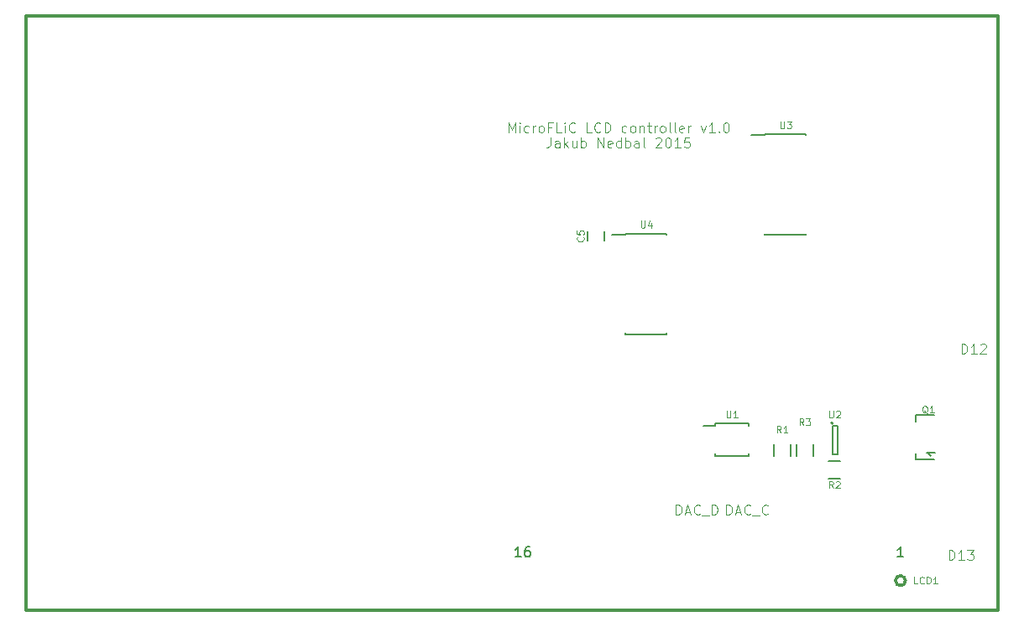
<source format=gto>
G04 #@! TF.FileFunction,Legend,Top*
%FSLAX46Y46*%
G04 Gerber Fmt 4.6, Leading zero omitted, Abs format (unit mm)*
G04 Created by KiCad (PCBNEW 4.0.1-3.201512221402+6198~38~ubuntu14.04.1-stable) date Wed 06 Jan 2016 15:47:40 GMT*
%MOMM*%
G01*
G04 APERTURE LIST*
%ADD10C,0.100000*%
%ADD11C,0.120000*%
%ADD12C,0.150000*%
%ADD13C,0.350000*%
%ADD14C,0.110000*%
G04 APERTURE END LIST*
D10*
D11*
X128833714Y-134564381D02*
X128833714Y-133564381D01*
X129071809Y-133564381D01*
X129214667Y-133612000D01*
X129309905Y-133707238D01*
X129357524Y-133802476D01*
X129405143Y-133992952D01*
X129405143Y-134135810D01*
X129357524Y-134326286D01*
X129309905Y-134421524D01*
X129214667Y-134516762D01*
X129071809Y-134564381D01*
X128833714Y-134564381D01*
X130357524Y-134564381D02*
X129786095Y-134564381D01*
X130071809Y-134564381D02*
X130071809Y-133564381D01*
X129976571Y-133707238D01*
X129881333Y-133802476D01*
X129786095Y-133850095D01*
X130738476Y-133659619D02*
X130786095Y-133612000D01*
X130881333Y-133564381D01*
X131119429Y-133564381D01*
X131214667Y-133612000D01*
X131262286Y-133659619D01*
X131309905Y-133754857D01*
X131309905Y-133850095D01*
X131262286Y-133992952D01*
X130690857Y-134564381D01*
X131309905Y-134564381D01*
X127563714Y-155392381D02*
X127563714Y-154392381D01*
X127801809Y-154392381D01*
X127944667Y-154440000D01*
X128039905Y-154535238D01*
X128087524Y-154630476D01*
X128135143Y-154820952D01*
X128135143Y-154963810D01*
X128087524Y-155154286D01*
X128039905Y-155249524D01*
X127944667Y-155344762D01*
X127801809Y-155392381D01*
X127563714Y-155392381D01*
X129087524Y-155392381D02*
X128516095Y-155392381D01*
X128801809Y-155392381D02*
X128801809Y-154392381D01*
X128706571Y-154535238D01*
X128611333Y-154630476D01*
X128516095Y-154678095D01*
X129420857Y-154392381D02*
X130039905Y-154392381D01*
X129706571Y-154773333D01*
X129849429Y-154773333D01*
X129944667Y-154820952D01*
X129992286Y-154868571D01*
X130039905Y-154963810D01*
X130039905Y-155201905D01*
X129992286Y-155297143D01*
X129944667Y-155344762D01*
X129849429Y-155392381D01*
X129563714Y-155392381D01*
X129468476Y-155344762D01*
X129420857Y-155297143D01*
X83138760Y-112214381D02*
X83138760Y-111214381D01*
X83472094Y-111928667D01*
X83805427Y-111214381D01*
X83805427Y-112214381D01*
X84281617Y-112214381D02*
X84281617Y-111547714D01*
X84281617Y-111214381D02*
X84233998Y-111262000D01*
X84281617Y-111309619D01*
X84329236Y-111262000D01*
X84281617Y-111214381D01*
X84281617Y-111309619D01*
X85186379Y-112166762D02*
X85091141Y-112214381D01*
X84900664Y-112214381D01*
X84805426Y-112166762D01*
X84757807Y-112119143D01*
X84710188Y-112023905D01*
X84710188Y-111738190D01*
X84757807Y-111642952D01*
X84805426Y-111595333D01*
X84900664Y-111547714D01*
X85091141Y-111547714D01*
X85186379Y-111595333D01*
X85614950Y-112214381D02*
X85614950Y-111547714D01*
X85614950Y-111738190D02*
X85662569Y-111642952D01*
X85710188Y-111595333D01*
X85805426Y-111547714D01*
X85900665Y-111547714D01*
X86376855Y-112214381D02*
X86281617Y-112166762D01*
X86233998Y-112119143D01*
X86186379Y-112023905D01*
X86186379Y-111738190D01*
X86233998Y-111642952D01*
X86281617Y-111595333D01*
X86376855Y-111547714D01*
X86519713Y-111547714D01*
X86614951Y-111595333D01*
X86662570Y-111642952D01*
X86710189Y-111738190D01*
X86710189Y-112023905D01*
X86662570Y-112119143D01*
X86614951Y-112166762D01*
X86519713Y-112214381D01*
X86376855Y-112214381D01*
X87472094Y-111690571D02*
X87138760Y-111690571D01*
X87138760Y-112214381D02*
X87138760Y-111214381D01*
X87614951Y-111214381D01*
X88472094Y-112214381D02*
X87995903Y-112214381D01*
X87995903Y-111214381D01*
X88805427Y-112214381D02*
X88805427Y-111547714D01*
X88805427Y-111214381D02*
X88757808Y-111262000D01*
X88805427Y-111309619D01*
X88853046Y-111262000D01*
X88805427Y-111214381D01*
X88805427Y-111309619D01*
X89853046Y-112119143D02*
X89805427Y-112166762D01*
X89662570Y-112214381D01*
X89567332Y-112214381D01*
X89424474Y-112166762D01*
X89329236Y-112071524D01*
X89281617Y-111976286D01*
X89233998Y-111785810D01*
X89233998Y-111642952D01*
X89281617Y-111452476D01*
X89329236Y-111357238D01*
X89424474Y-111262000D01*
X89567332Y-111214381D01*
X89662570Y-111214381D01*
X89805427Y-111262000D01*
X89853046Y-111309619D01*
X91519713Y-112214381D02*
X91043522Y-112214381D01*
X91043522Y-111214381D01*
X92424475Y-112119143D02*
X92376856Y-112166762D01*
X92233999Y-112214381D01*
X92138761Y-112214381D01*
X91995903Y-112166762D01*
X91900665Y-112071524D01*
X91853046Y-111976286D01*
X91805427Y-111785810D01*
X91805427Y-111642952D01*
X91853046Y-111452476D01*
X91900665Y-111357238D01*
X91995903Y-111262000D01*
X92138761Y-111214381D01*
X92233999Y-111214381D01*
X92376856Y-111262000D01*
X92424475Y-111309619D01*
X92853046Y-112214381D02*
X92853046Y-111214381D01*
X93091141Y-111214381D01*
X93233999Y-111262000D01*
X93329237Y-111357238D01*
X93376856Y-111452476D01*
X93424475Y-111642952D01*
X93424475Y-111785810D01*
X93376856Y-111976286D01*
X93329237Y-112071524D01*
X93233999Y-112166762D01*
X93091141Y-112214381D01*
X92853046Y-112214381D01*
X95043523Y-112166762D02*
X94948285Y-112214381D01*
X94757808Y-112214381D01*
X94662570Y-112166762D01*
X94614951Y-112119143D01*
X94567332Y-112023905D01*
X94567332Y-111738190D01*
X94614951Y-111642952D01*
X94662570Y-111595333D01*
X94757808Y-111547714D01*
X94948285Y-111547714D01*
X95043523Y-111595333D01*
X95614951Y-112214381D02*
X95519713Y-112166762D01*
X95472094Y-112119143D01*
X95424475Y-112023905D01*
X95424475Y-111738190D01*
X95472094Y-111642952D01*
X95519713Y-111595333D01*
X95614951Y-111547714D01*
X95757809Y-111547714D01*
X95853047Y-111595333D01*
X95900666Y-111642952D01*
X95948285Y-111738190D01*
X95948285Y-112023905D01*
X95900666Y-112119143D01*
X95853047Y-112166762D01*
X95757809Y-112214381D01*
X95614951Y-112214381D01*
X96376856Y-111547714D02*
X96376856Y-112214381D01*
X96376856Y-111642952D02*
X96424475Y-111595333D01*
X96519713Y-111547714D01*
X96662571Y-111547714D01*
X96757809Y-111595333D01*
X96805428Y-111690571D01*
X96805428Y-112214381D01*
X97138761Y-111547714D02*
X97519713Y-111547714D01*
X97281618Y-111214381D02*
X97281618Y-112071524D01*
X97329237Y-112166762D01*
X97424475Y-112214381D01*
X97519713Y-112214381D01*
X97853047Y-112214381D02*
X97853047Y-111547714D01*
X97853047Y-111738190D02*
X97900666Y-111642952D01*
X97948285Y-111595333D01*
X98043523Y-111547714D01*
X98138762Y-111547714D01*
X98614952Y-112214381D02*
X98519714Y-112166762D01*
X98472095Y-112119143D01*
X98424476Y-112023905D01*
X98424476Y-111738190D01*
X98472095Y-111642952D01*
X98519714Y-111595333D01*
X98614952Y-111547714D01*
X98757810Y-111547714D01*
X98853048Y-111595333D01*
X98900667Y-111642952D01*
X98948286Y-111738190D01*
X98948286Y-112023905D01*
X98900667Y-112119143D01*
X98853048Y-112166762D01*
X98757810Y-112214381D01*
X98614952Y-112214381D01*
X99519714Y-112214381D02*
X99424476Y-112166762D01*
X99376857Y-112071524D01*
X99376857Y-111214381D01*
X100043524Y-112214381D02*
X99948286Y-112166762D01*
X99900667Y-112071524D01*
X99900667Y-111214381D01*
X100805430Y-112166762D02*
X100710192Y-112214381D01*
X100519715Y-112214381D01*
X100424477Y-112166762D01*
X100376858Y-112071524D01*
X100376858Y-111690571D01*
X100424477Y-111595333D01*
X100519715Y-111547714D01*
X100710192Y-111547714D01*
X100805430Y-111595333D01*
X100853049Y-111690571D01*
X100853049Y-111785810D01*
X100376858Y-111881048D01*
X101281620Y-112214381D02*
X101281620Y-111547714D01*
X101281620Y-111738190D02*
X101329239Y-111642952D01*
X101376858Y-111595333D01*
X101472096Y-111547714D01*
X101567335Y-111547714D01*
X102567335Y-111547714D02*
X102805430Y-112214381D01*
X103043526Y-111547714D01*
X103948288Y-112214381D02*
X103376859Y-112214381D01*
X103662573Y-112214381D02*
X103662573Y-111214381D01*
X103567335Y-111357238D01*
X103472097Y-111452476D01*
X103376859Y-111500095D01*
X104376859Y-112119143D02*
X104424478Y-112166762D01*
X104376859Y-112214381D01*
X104329240Y-112166762D01*
X104376859Y-112119143D01*
X104376859Y-112214381D01*
X105043525Y-111214381D02*
X105138764Y-111214381D01*
X105234002Y-111262000D01*
X105281621Y-111309619D01*
X105329240Y-111404857D01*
X105376859Y-111595333D01*
X105376859Y-111833429D01*
X105329240Y-112023905D01*
X105281621Y-112119143D01*
X105234002Y-112166762D01*
X105138764Y-112214381D01*
X105043525Y-112214381D01*
X104948287Y-112166762D01*
X104900668Y-112119143D01*
X104853049Y-112023905D01*
X104805430Y-111833429D01*
X104805430Y-111595333D01*
X104853049Y-111404857D01*
X104900668Y-111309619D01*
X104948287Y-111262000D01*
X105043525Y-111214381D01*
X87376857Y-112734381D02*
X87376857Y-113448667D01*
X87329237Y-113591524D01*
X87233999Y-113686762D01*
X87091142Y-113734381D01*
X86995904Y-113734381D01*
X88281619Y-113734381D02*
X88281619Y-113210571D01*
X88234000Y-113115333D01*
X88138762Y-113067714D01*
X87948285Y-113067714D01*
X87853047Y-113115333D01*
X88281619Y-113686762D02*
X88186381Y-113734381D01*
X87948285Y-113734381D01*
X87853047Y-113686762D01*
X87805428Y-113591524D01*
X87805428Y-113496286D01*
X87853047Y-113401048D01*
X87948285Y-113353429D01*
X88186381Y-113353429D01*
X88281619Y-113305810D01*
X88757809Y-113734381D02*
X88757809Y-112734381D01*
X88853047Y-113353429D02*
X89138762Y-113734381D01*
X89138762Y-113067714D02*
X88757809Y-113448667D01*
X89995905Y-113067714D02*
X89995905Y-113734381D01*
X89567333Y-113067714D02*
X89567333Y-113591524D01*
X89614952Y-113686762D01*
X89710190Y-113734381D01*
X89853048Y-113734381D01*
X89948286Y-113686762D01*
X89995905Y-113639143D01*
X90472095Y-113734381D02*
X90472095Y-112734381D01*
X90472095Y-113115333D02*
X90567333Y-113067714D01*
X90757810Y-113067714D01*
X90853048Y-113115333D01*
X90900667Y-113162952D01*
X90948286Y-113258190D01*
X90948286Y-113543905D01*
X90900667Y-113639143D01*
X90853048Y-113686762D01*
X90757810Y-113734381D01*
X90567333Y-113734381D01*
X90472095Y-113686762D01*
X92138762Y-113734381D02*
X92138762Y-112734381D01*
X92710191Y-113734381D01*
X92710191Y-112734381D01*
X93567334Y-113686762D02*
X93472096Y-113734381D01*
X93281619Y-113734381D01*
X93186381Y-113686762D01*
X93138762Y-113591524D01*
X93138762Y-113210571D01*
X93186381Y-113115333D01*
X93281619Y-113067714D01*
X93472096Y-113067714D01*
X93567334Y-113115333D01*
X93614953Y-113210571D01*
X93614953Y-113305810D01*
X93138762Y-113401048D01*
X94472096Y-113734381D02*
X94472096Y-112734381D01*
X94472096Y-113686762D02*
X94376858Y-113734381D01*
X94186381Y-113734381D01*
X94091143Y-113686762D01*
X94043524Y-113639143D01*
X93995905Y-113543905D01*
X93995905Y-113258190D01*
X94043524Y-113162952D01*
X94091143Y-113115333D01*
X94186381Y-113067714D01*
X94376858Y-113067714D01*
X94472096Y-113115333D01*
X94948286Y-113734381D02*
X94948286Y-112734381D01*
X94948286Y-113115333D02*
X95043524Y-113067714D01*
X95234001Y-113067714D01*
X95329239Y-113115333D01*
X95376858Y-113162952D01*
X95424477Y-113258190D01*
X95424477Y-113543905D01*
X95376858Y-113639143D01*
X95329239Y-113686762D01*
X95234001Y-113734381D01*
X95043524Y-113734381D01*
X94948286Y-113686762D01*
X96281620Y-113734381D02*
X96281620Y-113210571D01*
X96234001Y-113115333D01*
X96138763Y-113067714D01*
X95948286Y-113067714D01*
X95853048Y-113115333D01*
X96281620Y-113686762D02*
X96186382Y-113734381D01*
X95948286Y-113734381D01*
X95853048Y-113686762D01*
X95805429Y-113591524D01*
X95805429Y-113496286D01*
X95853048Y-113401048D01*
X95948286Y-113353429D01*
X96186382Y-113353429D01*
X96281620Y-113305810D01*
X96900667Y-113734381D02*
X96805429Y-113686762D01*
X96757810Y-113591524D01*
X96757810Y-112734381D01*
X97995906Y-112829619D02*
X98043525Y-112782000D01*
X98138763Y-112734381D01*
X98376859Y-112734381D01*
X98472097Y-112782000D01*
X98519716Y-112829619D01*
X98567335Y-112924857D01*
X98567335Y-113020095D01*
X98519716Y-113162952D01*
X97948287Y-113734381D01*
X98567335Y-113734381D01*
X99186382Y-112734381D02*
X99281621Y-112734381D01*
X99376859Y-112782000D01*
X99424478Y-112829619D01*
X99472097Y-112924857D01*
X99519716Y-113115333D01*
X99519716Y-113353429D01*
X99472097Y-113543905D01*
X99424478Y-113639143D01*
X99376859Y-113686762D01*
X99281621Y-113734381D01*
X99186382Y-113734381D01*
X99091144Y-113686762D01*
X99043525Y-113639143D01*
X98995906Y-113543905D01*
X98948287Y-113353429D01*
X98948287Y-113115333D01*
X98995906Y-112924857D01*
X99043525Y-112829619D01*
X99091144Y-112782000D01*
X99186382Y-112734381D01*
X100472097Y-113734381D02*
X99900668Y-113734381D01*
X100186382Y-113734381D02*
X100186382Y-112734381D01*
X100091144Y-112877238D01*
X99995906Y-112972476D01*
X99900668Y-113020095D01*
X101376859Y-112734381D02*
X100900668Y-112734381D01*
X100853049Y-113210571D01*
X100900668Y-113162952D01*
X100995906Y-113115333D01*
X101234002Y-113115333D01*
X101329240Y-113162952D01*
X101376859Y-113210571D01*
X101424478Y-113305810D01*
X101424478Y-113543905D01*
X101376859Y-113639143D01*
X101329240Y-113686762D01*
X101234002Y-113734381D01*
X100995906Y-113734381D01*
X100900668Y-113686762D01*
X100853049Y-113639143D01*
X105116571Y-150820381D02*
X105116571Y-149820381D01*
X105354666Y-149820381D01*
X105497524Y-149868000D01*
X105592762Y-149963238D01*
X105640381Y-150058476D01*
X105688000Y-150248952D01*
X105688000Y-150391810D01*
X105640381Y-150582286D01*
X105592762Y-150677524D01*
X105497524Y-150772762D01*
X105354666Y-150820381D01*
X105116571Y-150820381D01*
X106068952Y-150534667D02*
X106545143Y-150534667D01*
X105973714Y-150820381D02*
X106307047Y-149820381D01*
X106640381Y-150820381D01*
X107545143Y-150725143D02*
X107497524Y-150772762D01*
X107354667Y-150820381D01*
X107259429Y-150820381D01*
X107116571Y-150772762D01*
X107021333Y-150677524D01*
X106973714Y-150582286D01*
X106926095Y-150391810D01*
X106926095Y-150248952D01*
X106973714Y-150058476D01*
X107021333Y-149963238D01*
X107116571Y-149868000D01*
X107259429Y-149820381D01*
X107354667Y-149820381D01*
X107497524Y-149868000D01*
X107545143Y-149915619D01*
X107735619Y-150915619D02*
X108497524Y-150915619D01*
X109307048Y-150725143D02*
X109259429Y-150772762D01*
X109116572Y-150820381D01*
X109021334Y-150820381D01*
X108878476Y-150772762D01*
X108783238Y-150677524D01*
X108735619Y-150582286D01*
X108688000Y-150391810D01*
X108688000Y-150248952D01*
X108735619Y-150058476D01*
X108783238Y-149963238D01*
X108878476Y-149868000D01*
X109021334Y-149820381D01*
X109116572Y-149820381D01*
X109259429Y-149868000D01*
X109307048Y-149915619D01*
X100036571Y-150820381D02*
X100036571Y-149820381D01*
X100274666Y-149820381D01*
X100417524Y-149868000D01*
X100512762Y-149963238D01*
X100560381Y-150058476D01*
X100608000Y-150248952D01*
X100608000Y-150391810D01*
X100560381Y-150582286D01*
X100512762Y-150677524D01*
X100417524Y-150772762D01*
X100274666Y-150820381D01*
X100036571Y-150820381D01*
X100988952Y-150534667D02*
X101465143Y-150534667D01*
X100893714Y-150820381D02*
X101227047Y-149820381D01*
X101560381Y-150820381D01*
X102465143Y-150725143D02*
X102417524Y-150772762D01*
X102274667Y-150820381D01*
X102179429Y-150820381D01*
X102036571Y-150772762D01*
X101941333Y-150677524D01*
X101893714Y-150582286D01*
X101846095Y-150391810D01*
X101846095Y-150248952D01*
X101893714Y-150058476D01*
X101941333Y-149963238D01*
X102036571Y-149868000D01*
X102179429Y-149820381D01*
X102274667Y-149820381D01*
X102417524Y-149868000D01*
X102465143Y-149915619D01*
X102655619Y-150915619D02*
X103417524Y-150915619D01*
X103655619Y-150820381D02*
X103655619Y-149820381D01*
X103893714Y-149820381D01*
X104036572Y-149868000D01*
X104131810Y-149963238D01*
X104179429Y-150058476D01*
X104227048Y-150248952D01*
X104227048Y-150391810D01*
X104179429Y-150582286D01*
X104131810Y-150677524D01*
X104036572Y-150772762D01*
X103893714Y-150820381D01*
X103655619Y-150820381D01*
D12*
X111619000Y-143672000D02*
X111619000Y-144872000D01*
X109869000Y-144872000D02*
X109869000Y-143672000D01*
X115412000Y-145429000D02*
X116612000Y-145429000D01*
X116612000Y-147179000D02*
X115412000Y-147179000D01*
X113905000Y-143672000D02*
X113905000Y-144872000D01*
X112155000Y-144872000D02*
X112155000Y-143672000D01*
X103989000Y-141581000D02*
X103989000Y-141881000D01*
X107339000Y-141581000D02*
X107339000Y-141881000D01*
X107339000Y-144931000D02*
X107339000Y-144631000D01*
X103989000Y-144931000D02*
X103989000Y-144631000D01*
X103989000Y-141581000D02*
X107339000Y-141581000D01*
X103989000Y-144931000D02*
X107339000Y-144931000D01*
X103989000Y-141881000D02*
X102764000Y-141881000D01*
X115878000Y-141556000D02*
G75*
G03X115878000Y-141556000I-100000J0D01*
G01*
X116328000Y-141806000D02*
X115828000Y-141806000D01*
X116328000Y-144706000D02*
X116328000Y-141806000D01*
X115828000Y-144706000D02*
X116328000Y-144706000D01*
X115828000Y-141806000D02*
X115828000Y-144706000D01*
X125760480Y-144901920D02*
X125460760Y-144653000D01*
X125460760Y-144653000D02*
X125310900Y-144551400D01*
X125310900Y-144551400D02*
X126159260Y-144551400D01*
X124259340Y-145252440D02*
X126060200Y-145252440D01*
X124259340Y-145252440D02*
X124259340Y-144602200D01*
X124259340Y-140751560D02*
X126060200Y-140751560D01*
X124259340Y-140751560D02*
X124259340Y-141401800D01*
X92798000Y-123166000D02*
X92798000Y-122166000D01*
X91098000Y-122166000D02*
X91098000Y-123166000D01*
X109017000Y-112400000D02*
X109017000Y-112505000D01*
X113167000Y-112400000D02*
X113167000Y-112505000D01*
X113167000Y-122550000D02*
X113167000Y-122445000D01*
X109017000Y-122550000D02*
X109017000Y-122445000D01*
X109017000Y-112400000D02*
X113167000Y-112400000D01*
X109017000Y-122550000D02*
X113167000Y-122550000D01*
X109017000Y-112505000D02*
X107642000Y-112505000D01*
X94953000Y-122433000D02*
X94953000Y-122538000D01*
X99103000Y-122433000D02*
X99103000Y-122538000D01*
X99103000Y-132583000D02*
X99103000Y-132478000D01*
X94953000Y-132583000D02*
X94953000Y-132478000D01*
X94953000Y-122433000D02*
X99103000Y-122433000D01*
X94953000Y-132583000D02*
X99103000Y-132583000D01*
X94953000Y-122538000D02*
X93578000Y-122538000D01*
D13*
X123182000Y-157480000D02*
G75*
G03X123182000Y-157480000I-500000J0D01*
G01*
X34482000Y-100480000D02*
X132482000Y-100480000D01*
X132482000Y-160480000D02*
X132482000Y-100480000D01*
X34482000Y-160480000D02*
X132482000Y-160480000D01*
X34482000Y-100480000D02*
X34482000Y-160480000D01*
D14*
X110627334Y-142556667D02*
X110394000Y-142223333D01*
X110227334Y-142556667D02*
X110227334Y-141856667D01*
X110494000Y-141856667D01*
X110560667Y-141890000D01*
X110594000Y-141923333D01*
X110627334Y-141990000D01*
X110627334Y-142090000D01*
X110594000Y-142156667D01*
X110560667Y-142190000D01*
X110494000Y-142223333D01*
X110227334Y-142223333D01*
X111294000Y-142556667D02*
X110894000Y-142556667D01*
X111094000Y-142556667D02*
X111094000Y-141856667D01*
X111027334Y-141956667D01*
X110960667Y-142023333D01*
X110894000Y-142056667D01*
X115895334Y-148144667D02*
X115662000Y-147811333D01*
X115495334Y-148144667D02*
X115495334Y-147444667D01*
X115762000Y-147444667D01*
X115828667Y-147478000D01*
X115862000Y-147511333D01*
X115895334Y-147578000D01*
X115895334Y-147678000D01*
X115862000Y-147744667D01*
X115828667Y-147778000D01*
X115762000Y-147811333D01*
X115495334Y-147811333D01*
X116162000Y-147511333D02*
X116195334Y-147478000D01*
X116262000Y-147444667D01*
X116428667Y-147444667D01*
X116495334Y-147478000D01*
X116528667Y-147511333D01*
X116562000Y-147578000D01*
X116562000Y-147644667D01*
X116528667Y-147744667D01*
X116128667Y-148144667D01*
X116562000Y-148144667D01*
X112913334Y-141794667D02*
X112680000Y-141461333D01*
X112513334Y-141794667D02*
X112513334Y-141094667D01*
X112780000Y-141094667D01*
X112846667Y-141128000D01*
X112880000Y-141161333D01*
X112913334Y-141228000D01*
X112913334Y-141328000D01*
X112880000Y-141394667D01*
X112846667Y-141428000D01*
X112780000Y-141461333D01*
X112513334Y-141461333D01*
X113146667Y-141094667D02*
X113580000Y-141094667D01*
X113346667Y-141361333D01*
X113446667Y-141361333D01*
X113513334Y-141394667D01*
X113546667Y-141428000D01*
X113580000Y-141494667D01*
X113580000Y-141661333D01*
X113546667Y-141728000D01*
X113513334Y-141761333D01*
X113446667Y-141794667D01*
X113246667Y-141794667D01*
X113180000Y-141761333D01*
X113146667Y-141728000D01*
X105130667Y-140332667D02*
X105130667Y-140899333D01*
X105164000Y-140966000D01*
X105197333Y-140999333D01*
X105264000Y-141032667D01*
X105397333Y-141032667D01*
X105464000Y-140999333D01*
X105497333Y-140966000D01*
X105530667Y-140899333D01*
X105530667Y-140332667D01*
X106230666Y-141032667D02*
X105830666Y-141032667D01*
X106030666Y-141032667D02*
X106030666Y-140332667D01*
X105964000Y-140432667D01*
X105897333Y-140499333D01*
X105830666Y-140532667D01*
X115494667Y-140322667D02*
X115494667Y-140889333D01*
X115528000Y-140956000D01*
X115561333Y-140989333D01*
X115628000Y-141022667D01*
X115761333Y-141022667D01*
X115828000Y-140989333D01*
X115861333Y-140956000D01*
X115894667Y-140889333D01*
X115894667Y-140322667D01*
X116194666Y-140389333D02*
X116228000Y-140356000D01*
X116294666Y-140322667D01*
X116461333Y-140322667D01*
X116528000Y-140356000D01*
X116561333Y-140389333D01*
X116594666Y-140456000D01*
X116594666Y-140522667D01*
X116561333Y-140622667D01*
X116161333Y-141022667D01*
X116594666Y-141022667D01*
X125409333Y-140591333D02*
X125342667Y-140558000D01*
X125276000Y-140491333D01*
X125176000Y-140391333D01*
X125109333Y-140358000D01*
X125042667Y-140358000D01*
X125076000Y-140524667D02*
X125009333Y-140491333D01*
X124942667Y-140424667D01*
X124909333Y-140291333D01*
X124909333Y-140058000D01*
X124942667Y-139924667D01*
X125009333Y-139858000D01*
X125076000Y-139824667D01*
X125209333Y-139824667D01*
X125276000Y-139858000D01*
X125342667Y-139924667D01*
X125376000Y-140058000D01*
X125376000Y-140291333D01*
X125342667Y-140424667D01*
X125276000Y-140491333D01*
X125209333Y-140524667D01*
X125076000Y-140524667D01*
X126042666Y-140524667D02*
X125642666Y-140524667D01*
X125842666Y-140524667D02*
X125842666Y-139824667D01*
X125776000Y-139924667D01*
X125709333Y-139991333D01*
X125642666Y-140024667D01*
X90674000Y-122782666D02*
X90707333Y-122816000D01*
X90740667Y-122916000D01*
X90740667Y-122982666D01*
X90707333Y-123082666D01*
X90640667Y-123149333D01*
X90574000Y-123182666D01*
X90440667Y-123216000D01*
X90340667Y-123216000D01*
X90207333Y-123182666D01*
X90140667Y-123149333D01*
X90074000Y-123082666D01*
X90040667Y-122982666D01*
X90040667Y-122916000D01*
X90074000Y-122816000D01*
X90107333Y-122782666D01*
X90040667Y-122149333D02*
X90040667Y-122482666D01*
X90374000Y-122516000D01*
X90340667Y-122482666D01*
X90307333Y-122416000D01*
X90307333Y-122249333D01*
X90340667Y-122182666D01*
X90374000Y-122149333D01*
X90440667Y-122116000D01*
X90607333Y-122116000D01*
X90674000Y-122149333D01*
X90707333Y-122182666D01*
X90740667Y-122249333D01*
X90740667Y-122416000D01*
X90707333Y-122482666D01*
X90674000Y-122516000D01*
X110558667Y-111091667D02*
X110558667Y-111658333D01*
X110592000Y-111725000D01*
X110625333Y-111758333D01*
X110692000Y-111791667D01*
X110825333Y-111791667D01*
X110892000Y-111758333D01*
X110925333Y-111725000D01*
X110958667Y-111658333D01*
X110958667Y-111091667D01*
X111225333Y-111091667D02*
X111658666Y-111091667D01*
X111425333Y-111358333D01*
X111525333Y-111358333D01*
X111592000Y-111391667D01*
X111625333Y-111425000D01*
X111658666Y-111491667D01*
X111658666Y-111658333D01*
X111625333Y-111725000D01*
X111592000Y-111758333D01*
X111525333Y-111791667D01*
X111325333Y-111791667D01*
X111258666Y-111758333D01*
X111225333Y-111725000D01*
X96494667Y-121124667D02*
X96494667Y-121691333D01*
X96528000Y-121758000D01*
X96561333Y-121791333D01*
X96628000Y-121824667D01*
X96761333Y-121824667D01*
X96828000Y-121791333D01*
X96861333Y-121758000D01*
X96894667Y-121691333D01*
X96894667Y-121124667D01*
X97528000Y-121358000D02*
X97528000Y-121824667D01*
X97361333Y-121091333D02*
X97194666Y-121591333D01*
X97628000Y-121591333D01*
X124405333Y-157796667D02*
X124072000Y-157796667D01*
X124072000Y-157096667D01*
X125038667Y-157730000D02*
X125005333Y-157763333D01*
X124905333Y-157796667D01*
X124838667Y-157796667D01*
X124738667Y-157763333D01*
X124672000Y-157696667D01*
X124638667Y-157630000D01*
X124605333Y-157496667D01*
X124605333Y-157396667D01*
X124638667Y-157263333D01*
X124672000Y-157196667D01*
X124738667Y-157130000D01*
X124838667Y-157096667D01*
X124905333Y-157096667D01*
X125005333Y-157130000D01*
X125038667Y-157163333D01*
X125338667Y-157796667D02*
X125338667Y-157096667D01*
X125505333Y-157096667D01*
X125605333Y-157130000D01*
X125672000Y-157196667D01*
X125705333Y-157263333D01*
X125738667Y-157396667D01*
X125738667Y-157496667D01*
X125705333Y-157630000D01*
X125672000Y-157696667D01*
X125605333Y-157763333D01*
X125505333Y-157796667D01*
X125338667Y-157796667D01*
X126405333Y-157796667D02*
X126005333Y-157796667D01*
X126205333Y-157796667D02*
X126205333Y-157096667D01*
X126138667Y-157196667D01*
X126072000Y-157263333D01*
X126005333Y-157296667D01*
D12*
X122967715Y-155062381D02*
X122396286Y-155062381D01*
X122682000Y-155062381D02*
X122682000Y-154062381D01*
X122586762Y-154205238D01*
X122491524Y-154300476D01*
X122396286Y-154348095D01*
X84391524Y-155062381D02*
X83820095Y-155062381D01*
X84105809Y-155062381D02*
X84105809Y-154062381D01*
X84010571Y-154205238D01*
X83915333Y-154300476D01*
X83820095Y-154348095D01*
X85248667Y-154062381D02*
X85058190Y-154062381D01*
X84962952Y-154110000D01*
X84915333Y-154157619D01*
X84820095Y-154300476D01*
X84772476Y-154490952D01*
X84772476Y-154871905D01*
X84820095Y-154967143D01*
X84867714Y-155014762D01*
X84962952Y-155062381D01*
X85153429Y-155062381D01*
X85248667Y-155014762D01*
X85296286Y-154967143D01*
X85343905Y-154871905D01*
X85343905Y-154633810D01*
X85296286Y-154538571D01*
X85248667Y-154490952D01*
X85153429Y-154443333D01*
X84962952Y-154443333D01*
X84867714Y-154490952D01*
X84820095Y-154538571D01*
X84772476Y-154633810D01*
M02*

</source>
